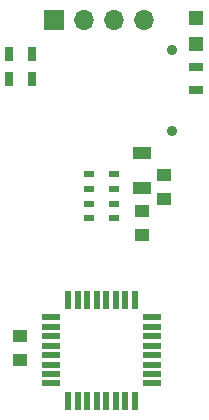
<source format=gts>
G04 #@! TF.FileFunction,Soldermask,Top*
%FSLAX46Y46*%
G04 Gerber Fmt 4.6, Leading zero omitted, Abs format (unit mm)*
G04 Created by KiCad (PCBNEW 4.0.6) date 05/20/19 12:49:57*
%MOMM*%
%LPD*%
G01*
G04 APERTURE LIST*
%ADD10C,0.100000*%
%ADD11R,1.200000X1.200000*%
%ADD12R,1.250000X1.000000*%
%ADD13R,1.600000X1.000000*%
%ADD14R,1.700000X1.700000*%
%ADD15O,1.700000X1.700000*%
%ADD16R,0.700000X1.300000*%
%ADD17R,1.300000X0.700000*%
%ADD18C,0.900000*%
%ADD19R,1.600000X0.550000*%
%ADD20R,0.550000X1.600000*%
%ADD21R,0.950000X0.550000*%
G04 APERTURE END LIST*
D10*
D11*
X145180000Y-77700000D03*
X145180000Y-75500000D03*
D12*
X130302000Y-102378000D03*
X130302000Y-104378000D03*
D13*
X140589000Y-86892000D03*
X140589000Y-89892000D03*
D12*
X142494000Y-88789000D03*
X142494000Y-90789000D03*
X140589000Y-93837000D03*
X140589000Y-91837000D03*
D14*
X133180000Y-75600000D03*
D15*
X135720000Y-75600000D03*
X138260000Y-75600000D03*
X140800000Y-75600000D03*
D16*
X129352000Y-78486000D03*
X131252000Y-78486000D03*
X129352000Y-80645000D03*
X131252000Y-80645000D03*
D17*
X145180000Y-79650000D03*
X145180000Y-81550000D03*
D18*
X143180000Y-78200000D03*
X143180000Y-85000000D03*
D19*
X132930000Y-100800000D03*
X132930000Y-101600000D03*
X132930000Y-102400000D03*
X132930000Y-103200000D03*
X132930000Y-104000000D03*
X132930000Y-104800000D03*
X132930000Y-105600000D03*
X132930000Y-106400000D03*
D20*
X134380000Y-107850000D03*
X135180000Y-107850000D03*
X135980000Y-107850000D03*
X136780000Y-107850000D03*
X137580000Y-107850000D03*
X138380000Y-107850000D03*
X139180000Y-107850000D03*
X139980000Y-107850000D03*
D19*
X141430000Y-106400000D03*
X141430000Y-105600000D03*
X141430000Y-104800000D03*
X141430000Y-104000000D03*
X141430000Y-103200000D03*
X141430000Y-102400000D03*
X141430000Y-101600000D03*
X141430000Y-100800000D03*
D20*
X139980000Y-99350000D03*
X139180000Y-99350000D03*
X138380000Y-99350000D03*
X137580000Y-99350000D03*
X136780000Y-99350000D03*
X135980000Y-99350000D03*
X135180000Y-99350000D03*
X134380000Y-99350000D03*
D21*
X138235000Y-88676000D03*
X138235000Y-92426000D03*
X138235000Y-91176000D03*
X138235000Y-89926000D03*
X136085000Y-92426000D03*
X136085000Y-91176000D03*
X136085000Y-89926000D03*
X136085000Y-88676000D03*
M02*

</source>
